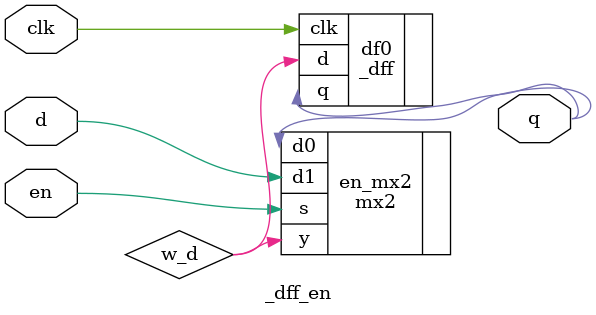
<source format=v>
module _dff_en(clk,en,d,q);
  input clk,d,en;
  output q;
  wire w_d;
  
  //instance
  mx2 en_mx2(.d0(q), .d1(d), .s(en), .y(w_d)); 
  _dff df0(.clk(clk), .d(w_d), .q(q));
  
endmodule

</source>
